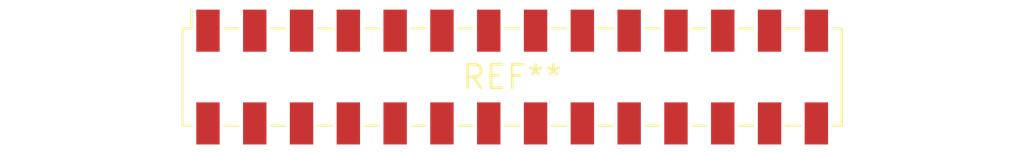
<source format=kicad_pcb>
(kicad_pcb (version 20240108) (generator pcbnew)
  (layers (0 "F.Cu" signal) (31 "B.Cu" signal) (34 "B.Paste" user) (35 "F.Paste" user) (36 "B.SilkS" user "B.Silkscreen") (37 "F.SilkS" user "F.Silkscreen") (38 "B.Mask" user) (39 "F.Mask" user) (44 "Edge.Cuts" user))
  (net 0 "")
  (footprint "Samtec_HLE-114-02-xxx-DV_2x14_P2.54mm_Horizontal" (layer "F.Cu") (at 0 0)
    (property "Reference" "REF**")
    (property "Value" "Samtec_HLE-114-02-xxx-DV_2x14_P2.54mm_Horizontal")
    (fp_line (start -17.89 -2.65) (end -17.89 2.65) (layer "F.SilkS") (stroke (width 0.12)))
    (fp_line (start -17.89 2.65) (end -17.405 2.65) (layer "F.SilkS") (stroke (width 0.12)))
    (fp_line (start -17.405 -3.67) (end -17.405 -2.65) (layer "F.SilkS") (stroke (width 0.12)))
    (fp_line (start -17.405 -2.65) (end -17.89 -2.65) (layer "F.SilkS") (stroke (width 0.12)))
    (fp_line (start -15.615 -2.65) (end -14.865 -2.65) (layer "F.SilkS") (stroke (width 0.12)))
    (fp_line (start -15.615 2.65) (end -14.865 2.65) (layer "F.SilkS") (stroke (width 0.12)))
    (fp_line (start -13.075 -2.65) (end -12.325 -2.65) (layer "F.SilkS") (stroke (width 0.12)))
    (fp_line (start -13.075 2.65) (end -12.325 2.65) (layer "F.SilkS") (stroke (width 0.12)))
    (fp_line (start -10.535 -2.65) (end -9.785 -2.65) (layer "F.SilkS") (stroke (width 0.12)))
    (fp_line (start -10.535 2.65) (end -9.785 2.65) (layer "F.SilkS") (stroke (width 0.12)))
    (fp_line (start -7.995 -2.65) (end -7.245 -2.65) (layer "F.SilkS") (stroke (width 0.12)))
    (fp_line (start -7.995 2.65) (end -7.245 2.65) (layer "F.SilkS") (stroke (width 0.12)))
    (fp_line (start -5.455 -2.65) (end -4.705 -2.65) (layer "F.SilkS") (stroke (width 0.12)))
    (fp_line (start -5.455 2.65) (end -4.705 2.65) (layer "F.SilkS") (stroke (width 0.12)))
    (fp_line (start -2.915 -2.65) (end -2.165 -2.65) (layer "F.SilkS") (stroke (width 0.12)))
    (fp_line (start -2.915 2.65) (end -2.165 2.65) (layer "F.SilkS") (stroke (width 0.12)))
    (fp_line (start -0.375 -2.65) (end 0.375 -2.65) (layer "F.SilkS") (stroke (width 0.12)))
    (fp_line (start -0.375 2.65) (end 0.375 2.65) (layer "F.SilkS") (stroke (width 0.12)))
    (fp_line (start 2.165 -2.65) (end 2.915 -2.65) (layer "F.SilkS") (stroke (width 0.12)))
    (fp_line (start 2.165 2.65) (end 2.915 2.65) (layer "F.SilkS") (stroke (width 0.12)))
    (fp_line (start 4.705 -2.65) (end 5.455 -2.65) (layer "F.SilkS") (stroke (width 0.12)))
    (fp_line (start 4.705 2.65) (end 5.455 2.65) (layer "F.SilkS") (stroke (width 0.12)))
    (fp_line (start 7.245 -2.65) (end 7.995 -2.65) (layer "F.SilkS") (stroke (width 0.12)))
    (fp_line (start 7.245 2.65) (end 7.995 2.65) (layer "F.SilkS") (stroke (width 0.12)))
    (fp_line (start 9.785 -2.65) (end 10.535 -2.65) (layer "F.SilkS") (stroke (width 0.12)))
    (fp_line (start 9.785 2.65) (end 10.535 2.65) (layer "F.SilkS") (stroke (width 0.12)))
    (fp_line (start 12.325 -2.65) (end 13.075 -2.65) (layer "F.SilkS") (stroke (width 0.12)))
    (fp_line (start 12.325 2.65) (end 13.075 2.65) (layer "F.SilkS") (stroke (width 0.12)))
    (fp_line (start 14.865 -2.65) (end 15.615 -2.65) (layer "F.SilkS") (stroke (width 0.12)))
    (fp_line (start 14.865 2.65) (end 15.615 2.65) (layer "F.SilkS") (stroke (width 0.12)))
    (fp_line (start 17.405 -2.65) (end 17.89 -2.65) (layer "F.SilkS") (stroke (width 0.12)))
    (fp_line (start 17.89 -2.65) (end 17.89 2.65) (layer "F.SilkS") (stroke (width 0.12)))
    (fp_line (start 17.89 2.65) (end 17.405 2.65) (layer "F.SilkS") (stroke (width 0.12)))
    (pad "1" smd rect (at -16.51 -2.525) (size 1.27 2.29) (layers "F.Cu" "F.Paste" "F.Mask"))
    (pad "2" smd rect (at -16.51 2.525) (size 1.27 2.29) (layers "F.Cu" "F.Paste" "F.Mask"))
    (pad "3" smd rect (at -13.97 -2.525) (size 1.27 2.29) (layers "F.Cu" "F.Paste" "F.Mask"))
    (pad "4" smd rect (at -13.97 2.525) (size 1.27 2.29) (layers "F.Cu" "F.Paste" "F.Mask"))
    (pad "5" smd rect (at -11.43 -2.525) (size 1.27 2.29) (layers "F.Cu" "F.Paste" "F.Mask"))
    (pad "6" smd rect (at -11.43 2.525) (size 1.27 2.29) (layers "F.Cu" "F.Paste" "F.Mask"))
    (pad "7" smd rect (at -8.89 -2.525) (size 1.27 2.29) (layers "F.Cu" "F.Paste" "F.Mask"))
    (pad "8" smd rect (at -8.89 2.525) (size 1.27 2.29) (layers "F.Cu" "F.Paste" "F.Mask"))
    (pad "9" smd rect (at -6.35 -2.525) (size 1.27 2.29) (layers "F.Cu" "F.Paste" "F.Mask"))
    (pad "10" smd rect (at -6.35 2.525) (size 1.27 2.29) (layers "F.Cu" "F.Paste" "F.Mask"))
    (pad "11" smd rect (at -3.81 -2.525) (size 1.27 2.29) (layers "F.Cu" "F.Paste" "F.Mask"))
    (pad "12" smd rect (at -3.81 2.525) (size 1.27 2.29) (layers "F.Cu" "F.Paste" "F.Mask"))
    (pad "13" smd rect (at -1.27 -2.525) (size 1.27 2.29) (layers "F.Cu" "F.Paste" "F.Mask"))
    (pad "14" smd rect (at -1.27 2.525) (size 1.27 2.29) (layers "F.Cu" "F.Paste" "F.Mask"))
    (pad "15" smd rect (at 1.27 -2.525) (size 1.27 2.29) (layers "F.Cu" "F.Paste" "F.Mask"))
    (pad "16" smd rect (at 1.27 2.525) (size 1.27 2.29) (layers "F.Cu" "F.Paste" "F.Mask"))
    (pad "17" smd rect (at 3.81 -2.525) (size 1.27 2.29) (layers "F.Cu" "F.Paste" "F.Mask"))
    (pad "18" smd rect (at 3.81 2.525) (size 1.27 2.29) (layers "F.Cu" "F.Paste" "F.Mask"))
    (pad "19" smd rect (at 6.35 -2.525) (size 1.27 2.29) (layers "F.Cu" "F.Paste" "F.Mask"))
    (pad "20" smd rect (at 6.35 2.525) (size 1.27 2.29) (layers "F.Cu" "F.Paste" "F.Mask"))
    (pad "21" smd rect (at 8.89 -2.525) (size 1.27 2.29) (layers "F.Cu" "F.Paste" "F.Mask"))
    (pad "22" smd rect (at 8.89 2.525) (size 1.27 2.29) (layers "F.Cu" "F.Paste" "F.Mask"))
    (pad "23" smd rect (at 11.43 -2.525) (size 1.27 2.29) (layers "F.Cu" "F.Paste" "F.Mask"))
    (pad "24" smd rect (at 11.43 2.525) (size 1.27 2.29) (layers "F.Cu" "F.Paste" "F.Mask"))
    (pad "25" smd rect (at 13.97 -2.525) (size 1.27 2.29) (layers "F.Cu" "F.Paste" "F.Mask"))
    (pad "26" smd rect (at 13.97 2.525) (size 1.27 2.29) (layers "F.Cu" "F.Paste" "F.Mask"))
    (pad "27" smd rect (at 16.51 -2.525) (size 1.27 2.29) (layers "F.Cu" "F.Paste" "F.Mask"))
    (pad "28" smd rect (at 16.51 2.525) (size 1.27 2.29) (layers "F.Cu" "F.Paste" "F.Mask"))
  )
)
</source>
